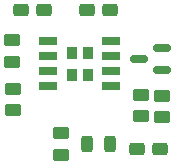
<source format=gbr>
%TF.GenerationSoftware,KiCad,Pcbnew,7.0.1-0*%
%TF.CreationDate,2023-04-25T00:20:10+03:00*%
%TF.ProjectId,power switch with delay,706f7765-7220-4737-9769-746368207769,rev?*%
%TF.SameCoordinates,Original*%
%TF.FileFunction,Paste,Top*%
%TF.FilePolarity,Positive*%
%FSLAX46Y46*%
G04 Gerber Fmt 4.6, Leading zero omitted, Abs format (unit mm)*
G04 Created by KiCad (PCBNEW 7.0.1-0) date 2023-04-25 00:20:10*
%MOMM*%
%LPD*%
G01*
G04 APERTURE LIST*
G04 Aperture macros list*
%AMRoundRect*
0 Rectangle with rounded corners*
0 $1 Rounding radius*
0 $2 $3 $4 $5 $6 $7 $8 $9 X,Y pos of 4 corners*
0 Add a 4 corners polygon primitive as box body*
4,1,4,$2,$3,$4,$5,$6,$7,$8,$9,$2,$3,0*
0 Add four circle primitives for the rounded corners*
1,1,$1+$1,$2,$3*
1,1,$1+$1,$4,$5*
1,1,$1+$1,$6,$7*
1,1,$1+$1,$8,$9*
0 Add four rect primitives between the rounded corners*
20,1,$1+$1,$2,$3,$4,$5,0*
20,1,$1+$1,$4,$5,$6,$7,0*
20,1,$1+$1,$6,$7,$8,$9,0*
20,1,$1+$1,$8,$9,$2,$3,0*%
G04 Aperture macros list end*
%ADD10RoundRect,0.250000X0.450000X-0.262500X0.450000X0.262500X-0.450000X0.262500X-0.450000X-0.262500X0*%
%ADD11R,1.500000X0.650000*%
%ADD12R,0.810000X1.080000*%
%ADD13RoundRect,0.243750X0.243750X0.456250X-0.243750X0.456250X-0.243750X-0.456250X0.243750X-0.456250X0*%
%ADD14RoundRect,0.150000X0.587500X0.150000X-0.587500X0.150000X-0.587500X-0.150000X0.587500X-0.150000X0*%
%ADD15RoundRect,0.250000X-0.400000X-0.275000X0.400000X-0.275000X0.400000X0.275000X-0.400000X0.275000X0*%
G04 APERTURE END LIST*
D10*
%TO.C,R5*%
X129800000Y-97000000D03*
X129800000Y-98825000D03*
%TD*%
%TO.C,R4*%
X131600000Y-98912500D03*
X131600000Y-97087500D03*
%TD*%
%TO.C,R3*%
X123000000Y-102112500D03*
X123000000Y-100287500D03*
%TD*%
%TO.C,R2*%
X118912500Y-92375000D03*
X118912500Y-94200000D03*
%TD*%
%TO.C,R1*%
X119000000Y-96487500D03*
X119000000Y-98312500D03*
%TD*%
D11*
%TO.C,Q1*%
X121900000Y-92495000D03*
X121900000Y-93765000D03*
X121900000Y-95035000D03*
X121900000Y-96305000D03*
X127300000Y-96305000D03*
X127300000Y-95035000D03*
X127300000Y-93765000D03*
X127300000Y-92495000D03*
D12*
X125275000Y-93500000D03*
X125275000Y-95300000D03*
X123925000Y-93500000D03*
X123925000Y-95300000D03*
%TD*%
D13*
%TO.C,D2*%
X127137500Y-101200000D03*
X125262500Y-101200000D03*
%TD*%
D14*
%TO.C,D1*%
X129662500Y-94000000D03*
X131537500Y-93050000D03*
X131537500Y-94950000D03*
%TD*%
D15*
%TO.C,C3*%
X129425000Y-101600000D03*
X131375000Y-101600000D03*
%TD*%
%TO.C,C2*%
X121550000Y-89800000D03*
X119600000Y-89800000D03*
%TD*%
%TO.C,C1*%
X127150000Y-89800000D03*
X125200000Y-89800000D03*
%TD*%
M02*

</source>
